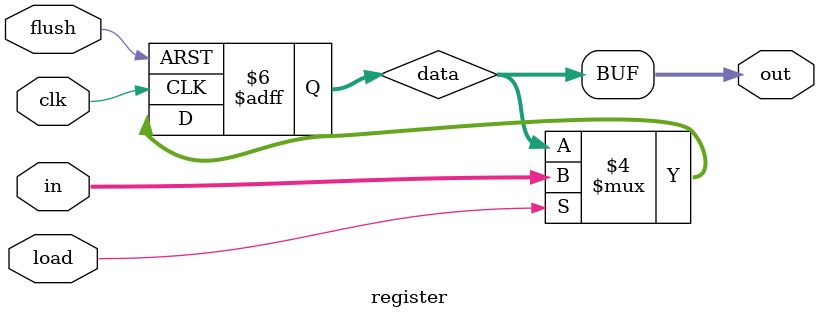
<source format=sv>
module register #(parameter width = 32)
(
    input clk,
    input load,
	input flush,
    input [width-1:0] in,

    output logic [width-1:0] out
);

logic [width-1:0] data;

/* Altera device registers are 0 at power on. Specify this
 * so that Modelsim works as expected.
 */
initial
begin
    data = 1'b0;
end

/*
always_ff @ (posedge flush)
begin
	if(flush)
	begin
		data = 0;
	end
end
*/

always_ff @(posedge clk or posedge flush)
begin
	if (flush)
	begin
		data <= 0;
	end
    else if (load)
    begin
        data <= in;
    end
	else 
	begin
		/*DO NOTHING*/;
	end
end

always_comb
begin
    out = data;
end

endmodule : register

</source>
